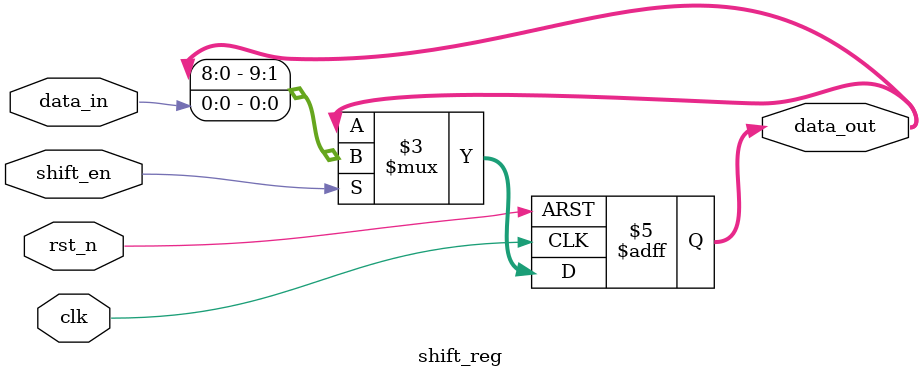
<source format=v>
`timescale 1ns / 1ps
module shift_reg
#(
  parameter WIDTH=10
)
(
 input                  clk,
 input                  rst_n,
 input [WIDTH-1:0]      data_in,
 input                  shift_en,
 
 output reg [WIDTH-1:0] data_out  
 );

   always @(posedge clk or negedge rst_n) begin
       if (!rst_n)
           data_out <= {WIDTH{1'b0}}; // Reset to zero
       else if (shift_en)
           data_out <= {data_out[WIDTH-2:0], data_in[0]};
   end
   
endmodule // shift_reg

</source>
